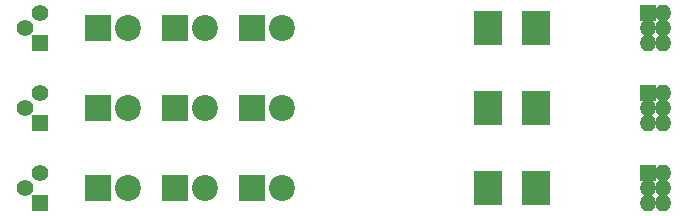
<source format=gts>
G04 #@! TF.GenerationSoftware,KiCad,Pcbnew,(5.0.0)*
G04 #@! TF.CreationDate,2019-02-03T17:17:29-08:00*
G04 #@! TF.ProjectId,mlab100_LEDPCB_1.5,6D6C61623130305F4C45445043425F31,rev?*
G04 #@! TF.SameCoordinates,Original*
G04 #@! TF.FileFunction,Soldermask,Top*
G04 #@! TF.FilePolarity,Negative*
%FSLAX46Y46*%
G04 Gerber Fmt 4.6, Leading zero omitted, Abs format (unit mm)*
G04 Created by KiCad (PCBNEW (5.0.0)) date 02/03/19 17:17:29*
%MOMM*%
%LPD*%
G01*
G04 APERTURE LIST*
%ADD10R,2.200000X2.200000*%
%ADD11C,2.200000*%
%ADD12O,1.400000X1.400000*%
%ADD13R,1.400000X1.400000*%
%ADD14C,1.400000*%
%ADD15R,2.400000X2.900000*%
G04 APERTURE END LIST*
D10*
G04 #@! TO.C,D4*
X20800000Y-16380000D03*
D11*
X23340000Y-16380000D03*
G04 #@! TD*
D10*
G04 #@! TO.C,D1*
X7800000Y-16380000D03*
D11*
X10340000Y-16380000D03*
G04 #@! TD*
G04 #@! TO.C,D5*
X10340000Y-9630000D03*
D10*
X7800000Y-9630000D03*
G04 #@! TD*
D11*
G04 #@! TO.C,D2*
X16850000Y-16380000D03*
D10*
X14310000Y-16380000D03*
G04 #@! TD*
D11*
G04 #@! TO.C,D8*
X16850000Y-9630000D03*
D10*
X14310000Y-9630000D03*
G04 #@! TD*
G04 #@! TO.C,D9*
X20800000Y-9630000D03*
D11*
X23340000Y-9630000D03*
G04 #@! TD*
G04 #@! TO.C,D10*
X10340000Y-2890000D03*
D10*
X7800000Y-2890000D03*
G04 #@! TD*
G04 #@! TO.C,D11*
X14300000Y-2890000D03*
D11*
X16840000Y-2890000D03*
G04 #@! TD*
D10*
G04 #@! TO.C,D12*
X20800000Y-2890000D03*
D11*
X23340000Y-2890000D03*
G04 #@! TD*
D12*
G04 #@! TO.C,J14*
X55580000Y-17650000D03*
X54310000Y-17650000D03*
X55580000Y-16380000D03*
X54310000Y-16380000D03*
X55580000Y-15110000D03*
D13*
X54310000Y-15110000D03*
G04 #@! TD*
G04 #@! TO.C,J15*
X54310000Y-8360000D03*
D12*
X55580000Y-8360000D03*
X54310000Y-9630000D03*
X55580000Y-9630000D03*
X54310000Y-10900000D03*
X55580000Y-10900000D03*
G04 #@! TD*
G04 #@! TO.C,J16*
X55580000Y-4160000D03*
X54310000Y-4160000D03*
X55580000Y-2890000D03*
X54310000Y-2890000D03*
X55580000Y-1620000D03*
D13*
X54310000Y-1620000D03*
G04 #@! TD*
G04 #@! TO.C,U4*
X2820000Y-17650000D03*
D14*
X2820000Y-15110000D03*
X1550000Y-16380000D03*
G04 #@! TD*
G04 #@! TO.C,U5*
X1550000Y-9630000D03*
X2820000Y-8360000D03*
D13*
X2820000Y-10900000D03*
G04 #@! TD*
G04 #@! TO.C,U6*
X2820000Y-4160000D03*
D14*
X2820000Y-1620000D03*
X1550000Y-2890000D03*
G04 #@! TD*
D15*
G04 #@! TO.C,R1*
X44820000Y-16380000D03*
X40820000Y-16380000D03*
G04 #@! TD*
G04 #@! TO.C,R2*
X40820000Y-9630000D03*
X44820000Y-9630000D03*
G04 #@! TD*
G04 #@! TO.C,R3*
X44820000Y-2890000D03*
X40820000Y-2890000D03*
G04 #@! TD*
M02*

</source>
